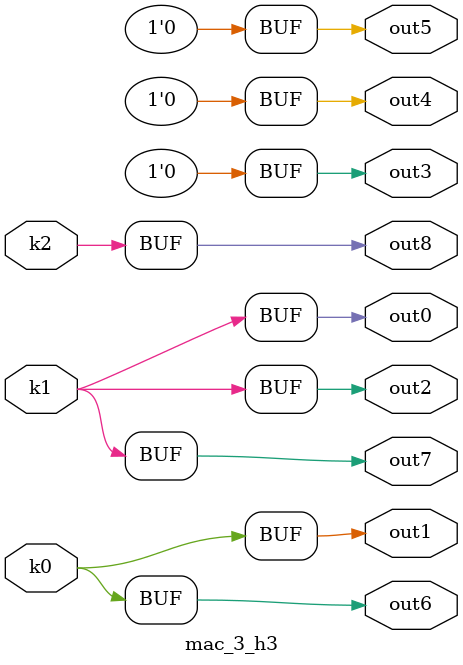
<source format=v>
module mac_3(pi0, pi1, pi2, pi3, pi4, pi5, pi6, pi7, pi8, po0, po1, po2, po3, po4, po5, po6, po7, po8);
input pi0, pi1, pi2, pi3, pi4, pi5, pi6, pi7, pi8;
output po0, po1, po2, po3, po4, po5, po6, po7, po8;
wire k0, k1, k2;
mac_3_w3 DUT1 (pi0, pi1, pi2, pi3, pi4, pi5, pi6, pi7, pi8, k0, k1, k2);
mac_3_h3 DUT2 (k0, k1, k2, po0, po1, po2, po3, po4, po5, po6, po7, po8);
endmodule

module mac_3_w3(in8, in7, in6, in5, in4, in3, in2, in1, in0, k2, k1, k0);
input in8, in7, in6, in5, in4, in3, in2, in1, in0;
output k2, k1, k0;
assign k0 =   in4;
assign k1 =   in7;
assign k2 =   in8;
endmodule

module mac_3_h3(k2, k1, k0, out8, out7, out6, out5, out4, out3, out2, out1, out0);
input k2, k1, k0;
output out8, out7, out6, out5, out4, out3, out2, out1, out0;
assign out0 = k1;
assign out1 = k0;
assign out2 = k1;
assign out3 = 0;
assign out4 = 0;
assign out5 = 0;
assign out6 = k0;
assign out7 = k1;
assign out8 = k2;
endmodule

</source>
